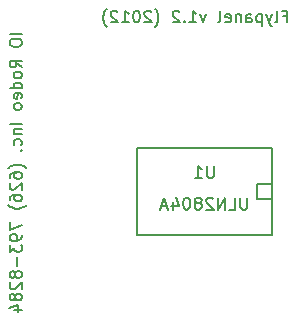
<source format=gbo>
G04 (created by PCBNEW-RS274X (2012-apr-16-27)-stable) date Mon 01 Apr 2013 09:11:56 AM PDT*
G01*
G70*
G90*
%MOIN*%
G04 Gerber Fmt 3.4, Leading zero omitted, Abs format*
%FSLAX34Y34*%
G04 APERTURE LIST*
%ADD10C,0.006000*%
%ADD11C,0.007900*%
%ADD12C,0.008000*%
G04 APERTURE END LIST*
G54D10*
G54D11*
X39883Y-28094D02*
X39489Y-28094D01*
X39489Y-28357D02*
X39489Y-28432D01*
X39508Y-28469D01*
X39546Y-28507D01*
X39621Y-28526D01*
X39752Y-28526D01*
X39827Y-28507D01*
X39865Y-28469D01*
X39883Y-28432D01*
X39883Y-28357D01*
X39865Y-28319D01*
X39827Y-28282D01*
X39752Y-28263D01*
X39621Y-28263D01*
X39546Y-28282D01*
X39508Y-28319D01*
X39489Y-28357D01*
X39883Y-29220D02*
X39696Y-29089D01*
X39883Y-28995D02*
X39489Y-28995D01*
X39489Y-29145D01*
X39508Y-29182D01*
X39527Y-29201D01*
X39565Y-29220D01*
X39621Y-29220D01*
X39658Y-29201D01*
X39677Y-29182D01*
X39696Y-29145D01*
X39696Y-28995D01*
X39883Y-29445D02*
X39865Y-29408D01*
X39846Y-29389D01*
X39808Y-29370D01*
X39696Y-29370D01*
X39658Y-29389D01*
X39640Y-29408D01*
X39621Y-29445D01*
X39621Y-29501D01*
X39640Y-29539D01*
X39658Y-29558D01*
X39696Y-29576D01*
X39808Y-29576D01*
X39846Y-29558D01*
X39865Y-29539D01*
X39883Y-29501D01*
X39883Y-29445D01*
X39883Y-29914D02*
X39489Y-29914D01*
X39865Y-29914D02*
X39883Y-29876D01*
X39883Y-29801D01*
X39865Y-29764D01*
X39846Y-29745D01*
X39808Y-29726D01*
X39696Y-29726D01*
X39658Y-29745D01*
X39640Y-29764D01*
X39621Y-29801D01*
X39621Y-29876D01*
X39640Y-29914D01*
X39865Y-30251D02*
X39883Y-30213D01*
X39883Y-30138D01*
X39865Y-30101D01*
X39827Y-30082D01*
X39677Y-30082D01*
X39640Y-30101D01*
X39621Y-30138D01*
X39621Y-30213D01*
X39640Y-30251D01*
X39677Y-30270D01*
X39715Y-30270D01*
X39752Y-30082D01*
X39883Y-30495D02*
X39865Y-30458D01*
X39846Y-30439D01*
X39808Y-30420D01*
X39696Y-30420D01*
X39658Y-30439D01*
X39640Y-30458D01*
X39621Y-30495D01*
X39621Y-30551D01*
X39640Y-30589D01*
X39658Y-30608D01*
X39696Y-30626D01*
X39808Y-30626D01*
X39846Y-30608D01*
X39865Y-30589D01*
X39883Y-30551D01*
X39883Y-30495D01*
X39883Y-31095D02*
X39489Y-31095D01*
X39621Y-31283D02*
X39883Y-31283D01*
X39658Y-31283D02*
X39640Y-31302D01*
X39621Y-31339D01*
X39621Y-31395D01*
X39640Y-31433D01*
X39677Y-31452D01*
X39883Y-31452D01*
X39865Y-31808D02*
X39883Y-31770D01*
X39883Y-31695D01*
X39865Y-31658D01*
X39846Y-31639D01*
X39808Y-31620D01*
X39696Y-31620D01*
X39658Y-31639D01*
X39640Y-31658D01*
X39621Y-31695D01*
X39621Y-31770D01*
X39640Y-31808D01*
X39846Y-31977D02*
X39865Y-31996D01*
X39883Y-31977D01*
X39865Y-31958D01*
X39846Y-31977D01*
X39883Y-31977D01*
X40034Y-32577D02*
X40015Y-32559D01*
X39959Y-32521D01*
X39921Y-32502D01*
X39865Y-32484D01*
X39771Y-32465D01*
X39696Y-32465D01*
X39602Y-32484D01*
X39546Y-32502D01*
X39508Y-32521D01*
X39452Y-32559D01*
X39433Y-32577D01*
X39489Y-32897D02*
X39489Y-32822D01*
X39508Y-32784D01*
X39527Y-32765D01*
X39583Y-32728D01*
X39658Y-32709D01*
X39808Y-32709D01*
X39846Y-32728D01*
X39865Y-32747D01*
X39883Y-32784D01*
X39883Y-32859D01*
X39865Y-32897D01*
X39846Y-32915D01*
X39808Y-32934D01*
X39715Y-32934D01*
X39677Y-32915D01*
X39658Y-32897D01*
X39640Y-32859D01*
X39640Y-32784D01*
X39658Y-32747D01*
X39677Y-32728D01*
X39715Y-32709D01*
X39527Y-33084D02*
X39508Y-33103D01*
X39489Y-33140D01*
X39489Y-33234D01*
X39508Y-33272D01*
X39527Y-33290D01*
X39565Y-33309D01*
X39602Y-33309D01*
X39658Y-33290D01*
X39883Y-33065D01*
X39883Y-33309D01*
X39489Y-33647D02*
X39489Y-33572D01*
X39508Y-33534D01*
X39527Y-33515D01*
X39583Y-33478D01*
X39658Y-33459D01*
X39808Y-33459D01*
X39846Y-33478D01*
X39865Y-33497D01*
X39883Y-33534D01*
X39883Y-33609D01*
X39865Y-33647D01*
X39846Y-33665D01*
X39808Y-33684D01*
X39715Y-33684D01*
X39677Y-33665D01*
X39658Y-33647D01*
X39640Y-33609D01*
X39640Y-33534D01*
X39658Y-33497D01*
X39677Y-33478D01*
X39715Y-33459D01*
X40034Y-33815D02*
X40015Y-33834D01*
X39959Y-33872D01*
X39921Y-33890D01*
X39865Y-33909D01*
X39771Y-33928D01*
X39696Y-33928D01*
X39602Y-33909D01*
X39546Y-33890D01*
X39508Y-33872D01*
X39452Y-33834D01*
X39433Y-33815D01*
X39489Y-34378D02*
X39489Y-34641D01*
X39883Y-34472D01*
X39883Y-34810D02*
X39883Y-34885D01*
X39865Y-34922D01*
X39846Y-34941D01*
X39790Y-34978D01*
X39715Y-34997D01*
X39565Y-34997D01*
X39527Y-34978D01*
X39508Y-34960D01*
X39489Y-34922D01*
X39489Y-34847D01*
X39508Y-34810D01*
X39527Y-34791D01*
X39565Y-34772D01*
X39658Y-34772D01*
X39696Y-34791D01*
X39715Y-34810D01*
X39733Y-34847D01*
X39733Y-34922D01*
X39715Y-34960D01*
X39696Y-34978D01*
X39658Y-34997D01*
X39489Y-35128D02*
X39489Y-35372D01*
X39640Y-35241D01*
X39640Y-35297D01*
X39658Y-35335D01*
X39677Y-35353D01*
X39715Y-35372D01*
X39808Y-35372D01*
X39846Y-35353D01*
X39865Y-35335D01*
X39883Y-35297D01*
X39883Y-35185D01*
X39865Y-35147D01*
X39846Y-35128D01*
X39733Y-35541D02*
X39733Y-35841D01*
X39658Y-36085D02*
X39640Y-36048D01*
X39621Y-36029D01*
X39583Y-36010D01*
X39565Y-36010D01*
X39527Y-36029D01*
X39508Y-36048D01*
X39489Y-36085D01*
X39489Y-36160D01*
X39508Y-36198D01*
X39527Y-36216D01*
X39565Y-36235D01*
X39583Y-36235D01*
X39621Y-36216D01*
X39640Y-36198D01*
X39658Y-36160D01*
X39658Y-36085D01*
X39677Y-36048D01*
X39696Y-36029D01*
X39733Y-36010D01*
X39808Y-36010D01*
X39846Y-36029D01*
X39865Y-36048D01*
X39883Y-36085D01*
X39883Y-36160D01*
X39865Y-36198D01*
X39846Y-36216D01*
X39808Y-36235D01*
X39733Y-36235D01*
X39696Y-36216D01*
X39677Y-36198D01*
X39658Y-36160D01*
X39527Y-36385D02*
X39508Y-36404D01*
X39489Y-36441D01*
X39489Y-36535D01*
X39508Y-36573D01*
X39527Y-36591D01*
X39565Y-36610D01*
X39602Y-36610D01*
X39658Y-36591D01*
X39883Y-36366D01*
X39883Y-36610D01*
X39658Y-36835D02*
X39640Y-36798D01*
X39621Y-36779D01*
X39583Y-36760D01*
X39565Y-36760D01*
X39527Y-36779D01*
X39508Y-36798D01*
X39489Y-36835D01*
X39489Y-36910D01*
X39508Y-36948D01*
X39527Y-36966D01*
X39565Y-36985D01*
X39583Y-36985D01*
X39621Y-36966D01*
X39640Y-36948D01*
X39658Y-36910D01*
X39658Y-36835D01*
X39677Y-36798D01*
X39696Y-36779D01*
X39733Y-36760D01*
X39808Y-36760D01*
X39846Y-36779D01*
X39865Y-36798D01*
X39883Y-36835D01*
X39883Y-36910D01*
X39865Y-36948D01*
X39846Y-36966D01*
X39808Y-36985D01*
X39733Y-36985D01*
X39696Y-36966D01*
X39677Y-36948D01*
X39658Y-36910D01*
X39621Y-37323D02*
X39883Y-37323D01*
X39471Y-37229D02*
X39752Y-37135D01*
X39752Y-37379D01*
X48605Y-27512D02*
X48736Y-27512D01*
X48736Y-27718D02*
X48736Y-27324D01*
X48549Y-27324D01*
X48342Y-27718D02*
X48379Y-27700D01*
X48398Y-27662D01*
X48398Y-27324D01*
X48230Y-27456D02*
X48136Y-27718D01*
X48042Y-27456D02*
X48136Y-27718D01*
X48173Y-27812D01*
X48192Y-27831D01*
X48230Y-27850D01*
X47892Y-27456D02*
X47892Y-27850D01*
X47892Y-27475D02*
X47855Y-27456D01*
X47780Y-27456D01*
X47742Y-27475D01*
X47723Y-27493D01*
X47705Y-27531D01*
X47705Y-27643D01*
X47723Y-27681D01*
X47742Y-27700D01*
X47780Y-27718D01*
X47855Y-27718D01*
X47892Y-27700D01*
X47367Y-27718D02*
X47367Y-27512D01*
X47386Y-27475D01*
X47424Y-27456D01*
X47499Y-27456D01*
X47536Y-27475D01*
X47367Y-27700D02*
X47405Y-27718D01*
X47499Y-27718D01*
X47536Y-27700D01*
X47555Y-27662D01*
X47555Y-27625D01*
X47536Y-27587D01*
X47499Y-27568D01*
X47405Y-27568D01*
X47367Y-27550D01*
X47180Y-27456D02*
X47180Y-27718D01*
X47180Y-27493D02*
X47161Y-27475D01*
X47124Y-27456D01*
X47068Y-27456D01*
X47030Y-27475D01*
X47011Y-27512D01*
X47011Y-27718D01*
X46674Y-27700D02*
X46712Y-27718D01*
X46787Y-27718D01*
X46824Y-27700D01*
X46843Y-27662D01*
X46843Y-27512D01*
X46824Y-27475D01*
X46787Y-27456D01*
X46712Y-27456D01*
X46674Y-27475D01*
X46655Y-27512D01*
X46655Y-27550D01*
X46843Y-27587D01*
X46430Y-27718D02*
X46467Y-27700D01*
X46486Y-27662D01*
X46486Y-27324D01*
X46018Y-27456D02*
X45924Y-27718D01*
X45830Y-27456D01*
X45474Y-27718D02*
X45699Y-27718D01*
X45586Y-27718D02*
X45586Y-27324D01*
X45624Y-27381D01*
X45661Y-27418D01*
X45699Y-27437D01*
X45305Y-27681D02*
X45286Y-27700D01*
X45305Y-27718D01*
X45324Y-27700D01*
X45305Y-27681D01*
X45305Y-27718D01*
X45136Y-27362D02*
X45117Y-27343D01*
X45080Y-27324D01*
X44986Y-27324D01*
X44948Y-27343D01*
X44930Y-27362D01*
X44911Y-27400D01*
X44911Y-27437D01*
X44930Y-27493D01*
X45155Y-27718D01*
X44911Y-27718D01*
X44330Y-27869D02*
X44348Y-27850D01*
X44386Y-27794D01*
X44405Y-27756D01*
X44423Y-27700D01*
X44442Y-27606D01*
X44442Y-27531D01*
X44423Y-27437D01*
X44405Y-27381D01*
X44386Y-27343D01*
X44348Y-27287D01*
X44330Y-27268D01*
X44198Y-27362D02*
X44179Y-27343D01*
X44142Y-27324D01*
X44048Y-27324D01*
X44010Y-27343D01*
X43992Y-27362D01*
X43973Y-27400D01*
X43973Y-27437D01*
X43992Y-27493D01*
X44217Y-27718D01*
X43973Y-27718D01*
X43729Y-27324D02*
X43692Y-27324D01*
X43654Y-27343D01*
X43635Y-27362D01*
X43617Y-27400D01*
X43598Y-27475D01*
X43598Y-27568D01*
X43617Y-27643D01*
X43635Y-27681D01*
X43654Y-27700D01*
X43692Y-27718D01*
X43729Y-27718D01*
X43767Y-27700D01*
X43785Y-27681D01*
X43804Y-27643D01*
X43823Y-27568D01*
X43823Y-27475D01*
X43804Y-27400D01*
X43785Y-27362D01*
X43767Y-27343D01*
X43729Y-27324D01*
X43223Y-27718D02*
X43448Y-27718D01*
X43335Y-27718D02*
X43335Y-27324D01*
X43373Y-27381D01*
X43410Y-27418D01*
X43448Y-27437D01*
X43073Y-27362D02*
X43054Y-27343D01*
X43017Y-27324D01*
X42923Y-27324D01*
X42885Y-27343D01*
X42867Y-27362D01*
X42848Y-27400D01*
X42848Y-27437D01*
X42867Y-27493D01*
X43092Y-27718D01*
X42848Y-27718D01*
X42717Y-27869D02*
X42698Y-27850D01*
X42660Y-27794D01*
X42642Y-27756D01*
X42623Y-27700D01*
X42604Y-27606D01*
X42604Y-27531D01*
X42623Y-27437D01*
X42642Y-27381D01*
X42660Y-27343D01*
X42698Y-27287D01*
X42717Y-27268D01*
G54D12*
X48228Y-31897D02*
X43728Y-31897D01*
X48228Y-34795D02*
X43728Y-34799D01*
X48228Y-34795D02*
X48228Y-31897D01*
X43728Y-34795D02*
X43728Y-31897D01*
X48234Y-33096D02*
X47734Y-33096D01*
X47734Y-33096D02*
X47734Y-33596D01*
X47734Y-33596D02*
X48234Y-33596D01*
X46289Y-32508D02*
X46289Y-32832D01*
X46270Y-32870D01*
X46251Y-32889D01*
X46213Y-32908D01*
X46136Y-32908D01*
X46098Y-32889D01*
X46079Y-32870D01*
X46060Y-32832D01*
X46060Y-32508D01*
X45660Y-32908D02*
X45889Y-32908D01*
X45775Y-32908D02*
X45775Y-32508D01*
X45813Y-32565D01*
X45851Y-32603D01*
X45889Y-32622D01*
X47403Y-33558D02*
X47403Y-33882D01*
X47384Y-33920D01*
X47365Y-33939D01*
X47327Y-33958D01*
X47250Y-33958D01*
X47212Y-33939D01*
X47193Y-33920D01*
X47174Y-33882D01*
X47174Y-33558D01*
X46793Y-33958D02*
X46984Y-33958D01*
X46984Y-33558D01*
X46660Y-33958D02*
X46660Y-33558D01*
X46431Y-33958D01*
X46431Y-33558D01*
X46260Y-33596D02*
X46241Y-33577D01*
X46203Y-33558D01*
X46107Y-33558D01*
X46069Y-33577D01*
X46050Y-33596D01*
X46031Y-33634D01*
X46031Y-33672D01*
X46050Y-33729D01*
X46279Y-33958D01*
X46031Y-33958D01*
X45803Y-33729D02*
X45841Y-33710D01*
X45860Y-33691D01*
X45879Y-33653D01*
X45879Y-33634D01*
X45860Y-33596D01*
X45841Y-33577D01*
X45803Y-33558D01*
X45726Y-33558D01*
X45688Y-33577D01*
X45669Y-33596D01*
X45650Y-33634D01*
X45650Y-33653D01*
X45669Y-33691D01*
X45688Y-33710D01*
X45726Y-33729D01*
X45803Y-33729D01*
X45841Y-33748D01*
X45860Y-33767D01*
X45879Y-33806D01*
X45879Y-33882D01*
X45860Y-33920D01*
X45841Y-33939D01*
X45803Y-33958D01*
X45726Y-33958D01*
X45688Y-33939D01*
X45669Y-33920D01*
X45650Y-33882D01*
X45650Y-33806D01*
X45669Y-33767D01*
X45688Y-33748D01*
X45726Y-33729D01*
X45403Y-33558D02*
X45364Y-33558D01*
X45326Y-33577D01*
X45307Y-33596D01*
X45288Y-33634D01*
X45269Y-33710D01*
X45269Y-33806D01*
X45288Y-33882D01*
X45307Y-33920D01*
X45326Y-33939D01*
X45364Y-33958D01*
X45403Y-33958D01*
X45441Y-33939D01*
X45460Y-33920D01*
X45479Y-33882D01*
X45498Y-33806D01*
X45498Y-33710D01*
X45479Y-33634D01*
X45460Y-33596D01*
X45441Y-33577D01*
X45403Y-33558D01*
X44926Y-33691D02*
X44926Y-33958D01*
X45022Y-33539D02*
X45117Y-33825D01*
X44869Y-33825D01*
X44736Y-33844D02*
X44545Y-33844D01*
X44774Y-33958D02*
X44641Y-33558D01*
X44507Y-33958D01*
M02*

</source>
